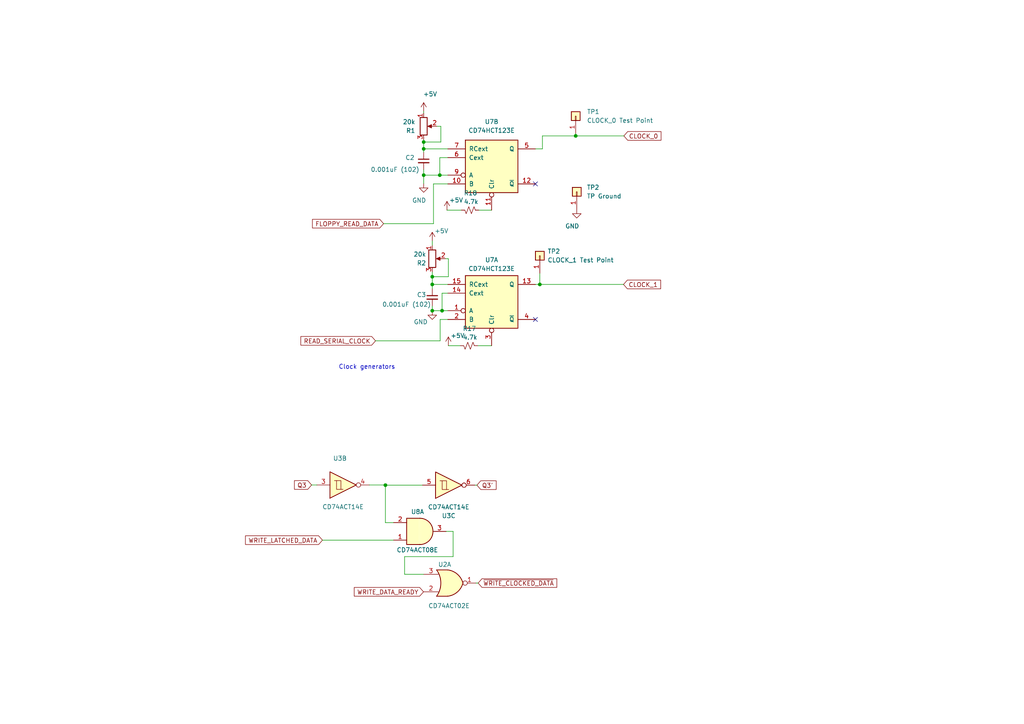
<source format=kicad_sch>
(kicad_sch (version 20230121) (generator eeschema)
  (paper "A4")
  (title_block (title "MicroSci Floppy Controller (clock generation circuits)") (date "2023-08-25") (rev "0.3") (company "RyuCats"))
  (lib_symbols
    (symbol "74xx:74LS02" (pin_names (offset 1.016))
      (property "Reference" "U" (at 0 1.27 0))
      (property "Value" "74LS02" (at 0 -1.27 0))
      (symbol "74LS02_1_1"
        (arc (start -3.81 -3.81) (mid -2.589 0) (end -3.81 3.81) (stroke (width 0.254)))
        (arc (start -0.6096 -3.81) (mid 2.1842 -2.5851) (end 3.81 0) (stroke (width 0.254)) (fill (type background)))
        (polyline (pts (xy -3.81 -3.81) (xy -0.635 -3.81)) (stroke (width 0.254)) (fill (type background)))
        (polyline (pts (xy -3.81 3.81) (xy -0.635 3.81)) (stroke (width 0.254)) (fill (type background)))
        (polyline (pts (xy -0.635 3.81) (xy -3.81 3.81) (xy -3.81 3.81) (xy -3.556 3.4036) (xy -3.0226 2.2606) (xy -2.6924 1.0414) (xy -2.6162 -0.254) (xy -2.7686 -1.4986) (xy -3.175 -2.7178) (xy -3.81 -3.81) (xy -3.81 -3.81) (xy -0.635 -3.81)) (stroke (width -25.4)) (fill (type background)))
        (arc (start 3.81 0) (mid 2.1915 2.5936) (end -0.6096 3.81) (stroke (width 0.254)) (fill (type background)))
        (pin output inverted (at 7.62 0 180) (length 3.81) (name "~") (number "1"))
        (pin input line (at -7.62 2.54 0) (length 4.318) (name "~") (number "2"))
        (pin input line (at -7.62 -2.54 0) (length 4.318) (name "~") (number "3"))
      )
      (symbol "74LS02_1_2"
        (arc (start 0 -3.81) (mid 3.7934 0) (end 0 3.81) (stroke (width 0.254)) (fill (type background)))
        (polyline (pts (xy 0 3.81) (xy -3.81 3.81) (xy -3.81 -3.81) (xy 0 -3.81)) (stroke (width 0.254)) (fill (type background)))
        (pin output line (at 7.62 0 180) (length 3.81) (name "~") (number "1"))
        (pin input inverted (at -7.62 2.54 0) (length 3.81) (name "~") (number "2"))
        (pin input inverted (at -7.62 -2.54 0) (length 3.81) (name "~") (number "3"))
      )
      (symbol "74LS02_2_1"
        (arc (start -3.81 -3.81) (mid -2.589 0) (end -3.81 3.81) (stroke (width 0.254)))
        (arc (start -0.6096 -3.81) (mid 2.1842 -2.5851) (end 3.81 0) (stroke (width 0.254)) (fill (type background)))
        (polyline (pts (xy -3.81 -3.81) (xy -0.635 -3.81)) (stroke (width 0.254)) (fill (type background)))
        (polyline (pts (xy -3.81 3.81) (xy -0.635 3.81)) (stroke (width 0.254)) (fill (type background)))
        (polyline (pts (xy -0.635 3.81) (xy -3.81 3.81) (xy -3.81 3.81) (xy -3.556 3.4036) (xy -3.0226 2.2606) (xy -2.6924 1.0414) (xy -2.6162 -0.254) (xy -2.7686 -1.4986) (xy -3.175 -2.7178) (xy -3.81 -3.81) (xy -3.81 -3.81) (xy -0.635 -3.81)) (stroke (width -25.4)) (fill (type background)))
        (arc (start 3.81 0) (mid 2.1915 2.5936) (end -0.6096 3.81) (stroke (width 0.254)) (fill (type background)))
        (pin output inverted (at 7.62 0 180) (length 3.81) (name "~") (number "4"))
        (pin input line (at -7.62 2.54 0) (length 4.318) (name "~") (number "5"))
        (pin input line (at -7.62 -2.54 0) (length 4.318) (name "~") (number "6"))
      )
      (symbol "74LS02_2_2"
        (arc (start 0 -3.81) (mid 3.7934 0) (end 0 3.81) (stroke (width 0.254)) (fill (type background)))
        (polyline (pts (xy 0 3.81) (xy -3.81 3.81) (xy -3.81 -3.81) (xy 0 -3.81)) (stroke (width 0.254)) (fill (type background)))
        (pin output line (at 7.62 0 180) (length 3.81) (name "~") (number "4"))
        (pin input inverted (at -7.62 2.54 0) (length 3.81) (name "~") (number "5"))
        (pin input inverted (at -7.62 -2.54 0) (length 3.81) (name "~") (number "6"))
      )
      (symbol "74LS02_3_1"
        (arc (start -3.81 -3.81) (mid -2.589 0) (end -3.81 3.81) (stroke (width 0.254)))
        (arc (start -0.6096 -3.81) (mid 2.1842 -2.5851) (end 3.81 0) (stroke (width 0.254)) (fill (type background)))
        (polyline (pts (xy -3.81 -3.81) (xy -0.635 -3.81)) (stroke (width 0.254)) (fill (type background)))
        (polyline (pts (xy -3.81 3.81) (xy -0.635 3.81)) (stroke (width 0.254)) (fill (type background)))
        (polyline (pts (xy -0.635 3.81) (xy -3.81 3.81) (xy -3.81 3.81) (xy -3.556 3.4036) (xy -3.0226 2.2606) (xy -2.6924 1.0414) (xy -2.6162 -0.254) (xy -2.7686 -1.4986) (xy -3.175 -2.7178) (xy -3.81 -3.81) (xy -3.81 -3.81) (xy -0.635 -3.81)) (stroke (width -25.4)) (fill (type background)))
        (arc (start 3.81 0) (mid 2.1915 2.5936) (end -0.6096 3.81) (stroke (width 0.254)) (fill (type background)))
        (pin output inverted (at 7.62 0 180) (length 3.81) (name "~") (number "10"))
        (pin input line (at -7.62 2.54 0) (length 4.318) (name "~") (number "8"))
        (pin input line (at -7.62 -2.54 0) (length 4.318) (name "~") (number "9"))
      )
      (symbol "74LS02_3_2"
        (arc (start 0 -3.81) (mid 3.7934 0) (end 0 3.81) (stroke (width 0.254)) (fill (type background)))
        (polyline (pts (xy 0 3.81) (xy -3.81 3.81) (xy -3.81 -3.81) (xy 0 -3.81)) (stroke (width 0.254)) (fill (type background)))
        (pin output line (at 7.62 0 180) (length 3.81) (name "~") (number "10"))
        (pin input inverted (at -7.62 2.54 0) (length 3.81) (name "~") (number "8"))
        (pin input inverted (at -7.62 -2.54 0) (length 3.81) (name "~") (number "9"))
      )
      (symbol "74LS02_4_1"
        (arc (start -3.81 -3.81) (mid -2.589 0) (end -3.81 3.81) (stroke (width 0.254)))
        (arc (start -0.6096 -3.81) (mid 2.1842 -2.5851) (end 3.81 0) (stroke (width 0.254)) (fill (type background)))
        (polyline (pts (xy -3.81 -3.81) (xy -0.635 -3.81)) (stroke (width 0.254)) (fill (type background)))
        (polyline (pts (xy -3.81 3.81) (xy -0.635 3.81)) (stroke (width 0.254)) (fill (type background)))
        (polyline (pts (xy -0.635 3.81) (xy -3.81 3.81) (xy -3.81 3.81) (xy -3.556 3.4036) (xy -3.0226 2.2606) (xy -2.6924 1.0414) (xy -2.6162 -0.254) (xy -2.7686 -1.4986) (xy -3.175 -2.7178) (xy -3.81 -3.81) (xy -3.81 -3.81) (xy -0.635 -3.81)) (stroke (width -25.4)) (fill (type background)))
        (arc (start 3.81 0) (mid 2.1915 2.5936) (end -0.6096 3.81) (stroke (width 0.254)) (fill (type background)))
        (pin input line (at -7.62 2.54 0) (length 4.318) (name "~") (number "11"))
        (pin input line (at -7.62 -2.54 0) (length 4.318) (name "~") (number "12"))
        (pin output inverted (at 7.62 0 180) (length 3.81) (name "~") (number "13"))
      )
      (symbol "74LS02_4_2"
        (arc (start 0 -3.81) (mid 3.7934 0) (end 0 3.81) (stroke (width 0.254)) (fill (type background)))
        (polyline (pts (xy 0 3.81) (xy -3.81 3.81) (xy -3.81 -3.81) (xy 0 -3.81)) (stroke (width 0.254)) (fill (type background)))
        (pin input inverted (at -7.62 2.54 0) (length 3.81) (name "~") (number "11"))
        (pin input inverted (at -7.62 -2.54 0) (length 3.81) (name "~") (number "12"))
        (pin output line (at 7.62 0 180) (length 3.81) (name "~") (number "13"))
      )
      (symbol "74LS02_5_0"
        (pin power_in line (at 0 12.7 270) (length 5.08) (name "VCC") (number "14"))
        (pin power_in line (at 0 -12.7 90) (length 5.08) (name "GND") (number "7"))
      )
      (symbol "74LS02_5_1"
        (rectangle (start -5.08 7.62) (end 5.08 -7.62) (stroke (width 0.254)) (fill (type background)))
      )
    )
    (symbol "74xx:74LS08" (pin_names (offset 1.016))
      (property "Reference" "U" (at 0 1.27 0))
      (property "Value" "74LS08" (at 0 -1.27 0))
      (symbol "74LS08_1_1"
        (arc (start 0 -3.81) (mid 3.7934 0) (end 0 3.81) (stroke (width 0.254)) (fill (type background)))
        (polyline (pts (xy 0 3.81) (xy -3.81 3.81) (xy -3.81 -3.81) (xy 0 -3.81)) (stroke (width 0.254)) (fill (type background)))
        (pin input line (at -7.62 2.54 0) (length 3.81) (name "~") (number "1"))
        (pin input line (at -7.62 -2.54 0) (length 3.81) (name "~") (number "2"))
        (pin output line (at 7.62 0 180) (length 3.81) (name "~") (number "3"))
      )
      (symbol "74LS08_1_2"
        (arc (start -3.81 -3.81) (mid -2.589 0) (end -3.81 3.81) (stroke (width 0.254)))
        (arc (start -0.6096 -3.81) (mid 2.1842 -2.5851) (end 3.81 0) (stroke (width 0.254)) (fill (type background)))
        (polyline (pts (xy -3.81 -3.81) (xy -0.635 -3.81)) (stroke (width 0.254)) (fill (type background)))
        (polyline (pts (xy -3.81 3.81) (xy -0.635 3.81)) (stroke (width 0.254)) (fill (type background)))
        (polyline (pts (xy -0.635 3.81) (xy -3.81 3.81) (xy -3.81 3.81) (xy -3.556 3.4036) (xy -3.0226 2.2606) (xy -2.6924 1.0414) (xy -2.6162 -0.254) (xy -2.7686 -1.4986) (xy -3.175 -2.7178) (xy -3.81 -3.81) (xy -3.81 -3.81) (xy -0.635 -3.81)) (stroke (width -25.4)) (fill (type background)))
        (arc (start 3.81 0) (mid 2.1915 2.5936) (end -0.6096 3.81) (stroke (width 0.254)) (fill (type background)))
        (pin input inverted (at -7.62 2.54 0) (length 4.318) (name "~") (number "1"))
        (pin input inverted (at -7.62 -2.54 0) (length 4.318) (name "~") (number "2"))
        (pin output inverted (at 7.62 0 180) (length 3.81) (name "~") (number "3"))
      )
      (symbol "74LS08_2_1"
        (arc (start 0 -3.81) (mid 3.7934 0) (end 0 3.81) (stroke (width 0.254)) (fill (type background)))
        (polyline (pts (xy 0 3.81) (xy -3.81 3.81) (xy -3.81 -3.81) (xy 0 -3.81)) (stroke (width 0.254)) (fill (type background)))
        (pin input line (at -7.62 2.54 0) (length 3.81) (name "~") (number "4"))
        (pin input line (at -7.62 -2.54 0) (length 3.81) (name "~") (number "5"))
        (pin output line (at 7.62 0 180) (length 3.81) (name "~") (number "6"))
      )
      (symbol "74LS08_2_2"
        (arc (start -3.81 -3.81) (mid -2.589 0) (end -3.81 3.81) (stroke (width 0.254)))
        (arc (start -0.6096 -3.81) (mid 2.1842 -2.5851) (end 3.81 0) (stroke (width 0.254)) (fill (type background)))
        (polyline (pts (xy -3.81 -3.81) (xy -0.635 -3.81)) (stroke (width 0.254)) (fill (type background)))
        (polyline (pts (xy -3.81 3.81) (xy -0.635 3.81)) (stroke (width 0.254)) (fill (type background)))
        (polyline (pts (xy -0.635 3.81) (xy -3.81 3.81) (xy -3.81 3.81) (xy -3.556 3.4036) (xy -3.0226 2.2606) (xy -2.6924 1.0414) (xy -2.6162 -0.254) (xy -2.7686 -1.4986) (xy -3.175 -2.7178) (xy -3.81 -3.81) (xy -3.81 -3.81) (xy -0.635 -3.81)) (stroke (width -25.4)) (fill (type background)))
        (arc (start 3.81 0) (mid 2.1915 2.5936) (end -0.6096 3.81) (stroke (width 0.254)) (fill (type background)))
        (pin input inverted (at -7.62 2.54 0) (length 4.318) (name "~") (number "4"))
        (pin input inverted (at -7.62 -2.54 0) (length 4.318) (name "~") (number "5"))
        (pin output inverted (at 7.62 0 180) (length 3.81) (name "~") (number "6"))
      )
      (symbol "74LS08_3_1"
        (arc (start 0 -3.81) (mid 3.7934 0) (end 0 3.81) (stroke (width 0.254)) (fill (type background)))
        (polyline (pts (xy 0 3.81) (xy -3.81 3.81) (xy -3.81 -3.81) (xy 0 -3.81)) (stroke (width 0.254)) (fill (type background)))
        (pin input line (at -7.62 -2.54 0) (length 3.81) (name "~") (number "10"))
        (pin output line (at 7.62 0 180) (length 3.81) (name "~") (number "8"))
        (pin input line (at -7.62 2.54 0) (length 3.81) (name "~") (number "9"))
      )
      (symbol "74LS08_3_2"
        (arc (start -3.81 -3.81) (mid -2.589 0) (end -3.81 3.81) (stroke (width 0.254)))
        (arc (start -0.6096 -3.81) (mid 2.1842 -2.5851) (end 3.81 0) (stroke (width 0.254)) (fill (type background)))
        (polyline (pts (xy -3.81 -3.81) (xy -0.635 -3.81)) (stroke (width 0.254)) (fill (type background)))
        (polyline (pts (xy -3.81 3.81) (xy -0.635 3.81)) (stroke (width 0.254)) (fill (type background)))
        (polyline (pts (xy -0.635 3.81) (xy -3.81 3.81) (xy -3.81 3.81) (xy -3.556 3.4036) (xy -3.0226 2.2606) (xy -2.6924 1.0414) (xy -2.6162 -0.254) (xy -2.7686 -1.4986) (xy -3.175 -2.7178) (xy -3.81 -3.81) (xy -3.81 -3.81) (xy -0.635 -3.81)) (stroke (width -25.4)) (fill (type background)))
        (arc (start 3.81 0) (mid 2.1915 2.5936) (end -0.6096 3.81) (stroke (width 0.254)) (fill (type background)))
        (pin input inverted (at -7.62 -2.54 0) (length 4.318) (name "~") (number "10"))
        (pin output inverted (at 7.62 0 180) (length 3.81) (name "~") (number "8"))
        (pin input inverted (at -7.62 2.54 0) (length 4.318) (name "~") (number "9"))
      )
      (symbol "74LS08_4_1"
        (arc (start 0 -3.81) (mid 3.7934 0) (end 0 3.81) (stroke (width 0.254)) (fill (type background)))
        (polyline (pts (xy 0 3.81) (xy -3.81 3.81) (xy -3.81 -3.81) (xy 0 -3.81)) (stroke (width 0.254)) (fill (type background)))
        (pin output line (at 7.62 0 180) (length 3.81) (name "~") (number "11"))
        (pin input line (at -7.62 2.54 0) (length 3.81) (name "~") (number "12"))
        (pin input line (at -7.62 -2.54 0) (length 3.81) (name "~") (number "13"))
      )
      (symbol "74LS08_4_2"
        (arc (start -3.81 -3.81) (mid -2.589 0) (end -3.81 3.81) (stroke (width 0.254)))
        (arc (start -0.6096 -3.81) (mid 2.1842 -2.5851) (end 3.81 0) (stroke (width 0.254)) (fill (type background)))
        (polyline (pts (xy -3.81 -3.81) (xy -0.635 -3.81)) (stroke (width 0.254)) (fill (type background)))
        (polyline (pts (xy -3.81 3.81) (xy -0.635 3.81)) (stroke (width 0.254)) (fill (type background)))
        (polyline (pts (xy -0.635 3.81) (xy -3.81 3.81) (xy -3.81 3.81) (xy -3.556 3.4036) (xy -3.0226 2.2606) (xy -2.6924 1.0414) (xy -2.6162 -0.254) (xy -2.7686 -1.4986) (xy -3.175 -2.7178) (xy -3.81 -3.81) (xy -3.81 -3.81) (xy -0.635 -3.81)) (stroke (width -25.4)) (fill (type background)))
        (arc (start 3.81 0) (mid 2.1915 2.5936) (end -0.6096 3.81) (stroke (width 0.254)) (fill (type background)))
        (pin output inverted (at 7.62 0 180) (length 3.81) (name "~") (number "11"))
        (pin input inverted (at -7.62 2.54 0) (length 4.318) (name "~") (number "12"))
        (pin input inverted (at -7.62 -2.54 0) (length 4.318) (name "~") (number "13"))
      )
      (symbol "74LS08_5_0"
        (pin power_in line (at 0 12.7 270) (length 5.08) (name "VCC") (number "14"))
        (pin power_in line (at 0 -12.7 90) (length 5.08) (name "GND") (number "7"))
      )
      (symbol "74LS08_5_1"
        (rectangle (start -5.08 7.62) (end 5.08 -7.62) (stroke (width 0.254)) (fill (type background)))
      )
    )
    (symbol "74xx:74LS123" (pin_names (offset 1.016))
      (property "Reference" "U" (at -7.62 8.89 0))
      (property "Value" "74LS123" (at -7.62 -8.89 0))
      (symbol "74LS123_1_0"
        (pin input inverted (at -12.7 -2.54 0) (length 5.08) (name "A") (number "1"))
        (pin output line (at 12.7 5.08 180) (length 5.08) (name "Q") (number "13"))
        (pin input line (at -12.7 2.54 0) (length 5.08) (name "Cext") (number "14"))
        (pin input line (at -12.7 5.08 0) (length 5.08) (name "RCext") (number "15"))
        (pin input line (at -12.7 -5.08 0) (length 5.08) (name "B") (number "2"))
        (pin input inverted (at 0 -12.7 90) (length 5.08) (name "Clr") (number "3"))
        (pin output line (at 12.7 -5.08 180) (length 5.08) (name "~{Q}") (number "4"))
      )
      (symbol "74LS123_1_1"
        (rectangle (start -7.62 7.62) (end 7.62 -7.62) (stroke (width 0.254)) (fill (type background)))
      )
      (symbol "74LS123_2_0"
        (pin input line (at -12.7 -5.08 0) (length 5.08) (name "B") (number "10"))
        (pin input inverted (at 0 -12.7 90) (length 5.08) (name "Clr") (number "11"))
        (pin output line (at 12.7 -5.08 180) (length 5.08) (name "~{Q}") (number "12"))
        (pin output line (at 12.7 5.08 180) (length 5.08) (name "Q") (number "5"))
        (pin input line (at -12.7 2.54 0) (length 5.08) (name "Cext") (number "6"))
        (pin input line (at -12.7 5.08 0) (length 5.08) (name "RCext") (number "7"))
        (pin input inverted (at -12.7 -2.54 0) (length 5.08) (name "A") (number "9"))
      )
      (symbol "74LS123_2_1"
        (rectangle (start -7.62 7.62) (end 7.62 -7.62) (stroke (width 0.254)) (fill (type background)))
      )
      (symbol "74LS123_3_0"
        (pin power_in line (at 0 12.7 270) (length 5.08) (name "VCC") (number "16"))
        (pin power_in line (at 0 -12.7 90) (length 5.08) (name "GND") (number "8"))
      )
      (symbol "74LS123_3_1"
        (rectangle (start -5.08 7.62) (end 5.08 -7.62) (stroke (width 0.254)) (fill (type background)))
      )
    )
    (symbol "74xx:74LS14" (pin_names (offset 1.016))
      (property "Reference" "U" (at 0 1.27 0))
      (property "Value" "74LS14" (at 0 -1.27 0))
      (symbol "74LS14_1_0"
        (polyline (pts (xy -3.81 3.81) (xy -3.81 -3.81) (xy 3.81 0) (xy -3.81 3.81)) (stroke (width 0.254)) (fill (type background)))
        (pin input line (at -7.62 0 0) (length 3.81) (name "~") (number "1"))
        (pin output inverted (at 7.62 0 180) (length 3.81) (name "~") (number "2"))
      )
      (symbol "74LS14_1_1"
        (polyline (pts (xy -1.905 -1.27) (xy -1.905 1.27) (xy -0.635 1.27)))
        (polyline (pts (xy -2.54 -1.27) (xy -0.635 -1.27) (xy -0.635 1.27) (xy 0 1.27)))
      )
      (symbol "74LS14_2_0"
        (polyline (pts (xy -3.81 3.81) (xy -3.81 -3.81) (xy 3.81 0) (xy -3.81 3.81)) (stroke (width 0.254)) (fill (type background)))
        (pin input line (at -7.62 0 0) (length 3.81) (name "~") (number "3"))
        (pin output inverted (at 7.62 0 180) (length 3.81) (name "~") (number "4"))
      )
      (symbol "74LS14_2_1"
        (polyline (pts (xy -1.905 -1.27) (xy -1.905 1.27) (xy -0.635 1.27)))
        (polyline (pts (xy -2.54 -1.27) (xy -0.635 -1.27) (xy -0.635 1.27) (xy 0 1.27)))
      )
      (symbol "74LS14_3_0"
        (polyline (pts (xy -3.81 3.81) (xy -3.81 -3.81) (xy 3.81 0) (xy -3.81 3.81)) (stroke (width 0.254)) (fill (type background)))
        (pin input line (at -7.62 0 0) (length 3.81) (name "~") (number "5"))
        (pin output inverted (at 7.62 0 180) (length 3.81) (name "~") (number "6"))
      )
      (symbol "74LS14_3_1"
        (polyline (pts (xy -1.905 -1.27) (xy -1.905 1.27) (xy -0.635 1.27)))
        (polyline (pts (xy -2.54 -1.27) (xy -0.635 -1.27) (xy -0.635 1.27) (xy 0 1.27)))
      )
      (symbol "74LS14_4_0"
        (polyline (pts (xy -3.81 3.81) (xy -3.81 -3.81) (xy 3.81 0) (xy -3.81 3.81)) (stroke (width 0.254)) (fill (type background)))
        (pin output inverted (at 7.62 0 180) (length 3.81) (name "~") (number "8"))
        (pin input line (at -7.62 0 0) (length 3.81) (name "~") (number "9"))
      )
      (symbol "74LS14_4_1"
        (polyline (pts (xy -1.905 -1.27) (xy -1.905 1.27) (xy -0.635 1.27)))
        (polyline (pts (xy -2.54 -1.27) (xy -0.635 -1.27) (xy -0.635 1.27) (xy 0 1.27)))
      )
      (symbol "74LS14_5_0"
        (polyline (pts (xy -3.81 3.81) (xy -3.81 -3.81) (xy 3.81 0) (xy -3.81 3.81)) (stroke (width 0.254)) (fill (type background)))
        (pin output inverted (at 7.62 0 180) (length 3.81) (name "~") (number "10"))
        (pin input line (at -7.62 0 0) (length 3.81) (name "~") (number "11"))
      )
      (symbol "74LS14_5_1"
        (polyline (pts (xy -1.905 -1.27) (xy -1.905 1.27) (xy -0.635 1.27)))
        (polyline (pts (xy -2.54 -1.27) (xy -0.635 -1.27) (xy -0.635 1.27) (xy 0 1.27)))
      )
      (symbol "74LS14_6_0"
        (polyline (pts (xy -3.81 3.81) (xy -3.81 -3.81) (xy 3.81 0) (xy -3.81 3.81)) (stroke (width 0.254)) (fill (type background)))
        (pin output inverted (at 7.62 0 180) (length 3.81) (name "~") (number "12"))
        (pin input line (at -7.62 0 0) (length 3.81) (name "~") (number "13"))
      )
      (symbol "74LS14_6_1"
        (polyline (pts (xy -1.905 -1.27) (xy -1.905 1.27) (xy -0.635 1.27)))
        (polyline (pts (xy -2.54 -1.27) (xy -0.635 -1.27) (xy -0.635 1.27) (xy 0 1.27)))
      )
      (symbol "74LS14_7_0"
        (pin power_in line (at 0 12.7 270) (length 5.08) (name "VCC") (number "14"))
        (pin power_in line (at 0 -12.7 90) (length 5.08) (name "GND") (number "7"))
      )
      (symbol "74LS14_7_1"
        (rectangle (start -5.08 7.62) (end 5.08 -7.62) (stroke (width 0.254)) (fill (type background)))
      )
    )
    (symbol "Connector_Generic:Conn_01x01" (pin_names (offset 1.016) hide)
      (property "Reference" "J" (at 0 2.54 0))
      (property "Value" "Conn_01x01" (at 0 -2.54 0))
      (symbol "Conn_01x01_1_1"
        (rectangle (start -1.27 0.127) (end 0 -0.127) (stroke (width 0.1524)))
        (rectangle (start -1.27 1.27) (end 1.27 -1.27) (stroke (width 0.254)) (fill (type background)))
        (pin passive line (at -5.08 0 0) (length 3.81) (name "Pin_1") (number "1"))
      )
    )
    (symbol "Device:C_Small" (pin_numbers hide) (pin_names (offset 0.254) hide)
      (property "Reference" "C" (at 0.254 1.778 0))
      (property "Value" "C_Small" (at 0.254 -2.032 0))
      (symbol "C_Small_0_1"
        (polyline (pts (xy -1.524 -0.508) (xy 1.524 -0.508)) (stroke (width 0.3302)))
        (polyline (pts (xy -1.524 0.508) (xy 1.524 0.508)) (stroke (width 0.3048)))
      )
      (symbol "C_Small_1_1"
        (pin passive line (at 0 2.54 270) (length 2.032) (name "~") (number "1"))
        (pin passive line (at 0 -2.54 90) (length 2.032) (name "~") (number "2"))
      )
    )
    (symbol "Device:R_Potentiometer" (pin_names (offset 1.016) hide)
      (property "Reference" "RV" (at -4.445 0 90))
      (property "Value" "R_Potentiometer" (at -2.54 0 90))
      (symbol "R_Potentiometer_0_1"
        (polyline (pts (xy 2.54 0) (xy 1.524 0)))
        (polyline (pts (xy 1.143 0) (xy 2.286 0.508) (xy 2.286 -0.508) (xy 1.143 0)) (fill (type outline)))
        (rectangle (start 1.016 2.54) (end -1.016 -2.54) (stroke (width 0.254)))
      )
      (symbol "R_Potentiometer_1_1"
        (pin passive line (at 0 3.81 270) (length 1.27) (name "1") (number "1"))
        (pin passive line (at 3.81 0 180) (length 1.27) (name "2") (number "2"))
        (pin passive line (at 0 -3.81 90) (length 1.27) (name "3") (number "3"))
      )
    )
    (symbol "Device:R_Small_US" (pin_numbers hide) (pin_names (offset 0.254) hide)
      (property "Reference" "R" (at 0.762 0.508 0))
      (property "Value" "R_Small_US" (at 0.762 -1.016 0))
      (symbol "R_Small_US_1_1"
        (polyline (pts (xy 0 0) (xy 1.016 -0.381) (xy 0 -0.762) (xy -1.016 -1.143) (xy 0 -1.524)))
        (polyline (pts (xy 0 1.524) (xy 1.016 1.143) (xy 0 0.762) (xy -1.016 0.381) (xy 0 0)))
        (pin passive line (at 0 2.54 270) (length 1.016) (name "~") (number "1"))
        (pin passive line (at 0 -2.54 90) (length 1.016) (name "~") (number "2"))
      )
    )
    (symbol "power:+5V" (power) (pin_names (offset 0))
      (property "Value" "+5V" (at 0 3.556 0))
      (symbol "+5V_0_1"
        (polyline (pts (xy -0.762 1.27) (xy 0 2.54)))
        (polyline (pts (xy 0 0) (xy 0 2.54)))
        (polyline (pts (xy 0 2.54) (xy 0.762 1.27)))
      )
      (symbol "+5V_1_1"
        (pin power_in line (at 0 0 90) (length 0) hide (name "+5V") (number "1"))
      )
    )
    (symbol "power:GND" (power) (pin_names (offset 0))
      (property "Value" "GND" (at 0 -3.81 0))
      (symbol "GND_0_1"
        (polyline (pts (xy 0 0) (xy 0 -1.27) (xy 1.27 -1.27) (xy 0 -2.54) (xy -1.27 -1.27) (xy 0 -1.27)))
      )
      (symbol "GND_1_1"
        (pin power_in line (at 0 0 270) (length 0) hide (name "GND") (number "1"))
      )
    )
  )
  (junction (at 122.8852 43.18))
  (junction (at 125.3744 90.1192))
  (junction (at 125.3744 82.4992))
  (junction (at 125.3744 80.264))
  (junction (at 166.9796 39.4208))
  (junction (at 128.2192 90.1192))
  (junction (at 122.8852 50.8))
  (junction (at 156.5656 82.4992))
  (junction (at 122.8852 41.1988))
  (junction (at 111.7854 140.716))
  (junction (at 127.5588 50.8))
  (no_connect (at 155.2956 92.6592))
  (no_connect (at 155.2956 53.34))
  (wire (pts (xy 127.5588 45.72) (xy 129.8956 45.72)))
  (wire (pts (xy 127.5588 45.72) (xy 127.5588 50.8)))
  (wire (pts (xy 125.3744 80.264) (xy 125.3744 82.4992)))
  (wire (pts (xy 125.3744 80.264) (xy 130.048 80.264)))
  (wire (pts (xy 127.8636 41.1988) (xy 127.8636 36.6268)))
  (wire (pts (xy 137.7696 140.716) (xy 138.3284 140.716)))
  (wire (pts (xy 111.7854 151.5872) (xy 111.7854 140.716)))
  (wire (pts (xy 125.73 53.34) (xy 125.73 64.8716)))
  (wire (pts (xy 91.8972 140.6652) (xy 90.3732 140.6652)))
  (wire (pts (xy 125.3744 83.7184) (xy 125.3744 82.4992)))
  (wire (pts (xy 131.4196 161.4424) (xy 117.348 161.4424)))
  (wire (pts (xy 128.2192 90.1192) (xy 125.3744 90.1192)))
  (wire (pts (xy 155.2956 82.4992) (xy 156.5656 82.4992)))
  (wire (pts (xy 128.2192 85.0392) (xy 128.2192 90.1192)))
  (wire (pts (xy 166.9796 39.4208) (xy 157.3276 39.4208)))
  (wire (pts (xy 138.8872 60.96) (xy 142.5956 60.96)))
  (wire (pts (xy 155.2956 43.18) (xy 157.3276 43.18)))
  (wire (pts (xy 166.9796 39.4208) (xy 180.9496 39.4208)))
  (wire (pts (xy 131.4196 154.1272) (xy 131.4196 161.4424)))
  (wire (pts (xy 129.8956 85.0392) (xy 128.2192 85.0392)))
  (wire (pts (xy 125.3744 82.4992) (xy 129.8956 82.4992)))
  (wire (pts (xy 114.1476 151.5872) (xy 111.7854 151.5872)))
  (wire (pts (xy 127.5588 50.8) (xy 129.8956 50.8)))
  (wire (pts (xy 122.8852 50.8) (xy 127.5588 50.8)))
  (wire (pts (xy 129.6416 60.96) (xy 133.8072 60.96)))
  (wire (pts (xy 157.3276 39.4208) (xy 157.3276 43.18)))
  (wire (pts (xy 125.73 53.34) (xy 129.8956 53.34)))
  (wire (pts (xy 122.8852 43.18) (xy 129.8956 43.18)))
  (wire (pts (xy 122.8852 49.2252) (xy 122.8852 50.8)))
  (wire (pts (xy 122.8852 50.8) (xy 122.8852 53.2384)))
  (wire (pts (xy 107.1372 140.6652) (xy 111.7854 140.6652)))
  (wire (pts (xy 127.6604 92.6592) (xy 127.6604 98.8568)))
  (wire (pts (xy 125.3744 88.7984) (xy 125.3744 90.1192)))
  (wire (pts (xy 130.048 100.2792) (xy 133.5024 100.2792)))
  (wire (pts (xy 130.048 75.0316) (xy 129.1844 75.0316)))
  (wire (pts (xy 138.5824 100.2792) (xy 142.5956 100.2792)))
  (wire (pts (xy 156.5656 79.248) (xy 156.5656 82.4992)))
  (wire (pts (xy 117.348 166.5732) (xy 122.8344 166.5732)))
  (wire (pts (xy 117.348 161.4424) (xy 117.348 166.5732)))
  (wire (pts (xy 122.8852 41.1988) (xy 127.8636 41.1988)))
  (wire (pts (xy 130.048 80.264) (xy 130.048 75.0316)))
  (wire (pts (xy 122.8852 41.1988) (xy 122.8852 43.18)))
  (wire (pts (xy 93.5228 156.6672) (xy 114.1476 156.6672)))
  (wire (pts (xy 125.3744 78.8416) (xy 125.3744 80.264)))
  (wire (pts (xy 108.9152 98.8568) (xy 127.6604 98.8568)))
  (wire (pts (xy 138.0744 169.1132) (xy 138.684 169.1132)))
  (wire (pts (xy 122.8852 40.4368) (xy 122.8852 41.1988)))
  (wire (pts (xy 127.8636 36.6268) (xy 126.6952 36.6268)))
  (wire (pts (xy 127.6604 92.6592) (xy 129.8956 92.6592)))
  (wire (pts (xy 111.252 64.8716) (xy 125.73 64.8716)))
  (wire (pts (xy 122.8852 43.18) (xy 122.8852 44.1452)))
  (wire (pts (xy 166.9796 38.7604) (xy 166.9796 39.4208)))
  (wire (pts (xy 111.7854 140.716) (xy 111.7854 140.6652)))
  (wire (pts (xy 129.8956 90.1192) (xy 128.2192 90.1192)))
  (wire (pts (xy 111.7854 140.716) (xy 122.5296 140.716)))
  (wire (pts (xy 125.3744 69.9008) (xy 125.3744 71.2216)))
  (wire (pts (xy 156.5656 82.4992) (xy 180.848 82.4992)))
  (wire (pts (xy 122.8852 32.3088) (xy 122.8852 32.8168)))
  (wire (pts (xy 129.3876 154.1272) (xy 131.4196 154.1272)))
  (text "Clock generators" (at 98.1964 107.2896 0) (effects (font (size 1.27 1.27)) (justify left bottom)))
  (global_label "FLOPPY_READ_DATA" (shape input) (at 111.252 64.8716 180) (property "Intersheetrefs" "${INTERSHEET_REFS}" (effects hide)))
  (global_label "~{WRITE_CLOCKED_DATA}" (shape input) (at 138.684 169.1132 0) (property "Intersheetrefs" "${INTERSHEET_REFS}" (effects hide)))
  (global_label "CLOCK_0" (shape input) (at 180.9496 39.4208 0) (property "Intersheetrefs" "${INTERSHEET_REFS}" (effects hide)))
  (global_label "Q3" (shape input) (at 90.3732 140.6652 180) (property "Intersheetrefs" "${INTERSHEET_REFS}" (effects hide)))
  (global_label "CLOCK_1" (shape input) (at 180.848 82.4992 0) (property "Intersheetrefs" "${INTERSHEET_REFS}" (effects hide)))
  (global_label "WRITE_DATA_READY" (shape input) (at 122.8344 171.6532 180) (property "Intersheetrefs" "${INTERSHEET_REFS}" (effects hide)))
  (global_label "Q3'" (shape input) (at 138.3284 140.716 0) (property "Intersheetrefs" "${INTERSHEET_REFS}" (effects hide)))
  (global_label "WRITE_LATCHED_DATA" (shape input) (at 93.5228 156.6672 180) (property "Intersheetrefs" "${INTERSHEET_REFS}" (effects hide)))
  (global_label "READ_SERIAL_CLOCK" (shape input) (at 108.9152 98.8568 180) (property "Intersheetrefs" "${INTERSHEET_REFS}" (effects hide)))
  (symbol (lib_id "power:GND") (at 125.3744 90.1192 0) (unit 1)
    (property "Reference" "#PWR039" (effects hide))
    (property "Value" "GND" (at 122.0216 93.3704 0))
    (instances (project "MicroSci Floppy Controller" (path "" (reference "#PWR039") (unit 1)) (path "" (reference "#PWR041") (unit 1))))
  )
  (symbol (lib_id "74xx:74LS123") (at 142.5956 87.5792 0) (unit 1)
    (property "Reference" "U7" (at 142.5956 75.3872 0))
    (property "Value" "CD74HCT123E" (at 142.5956 77.9272 0))
    (property "Footprint" "Package_DIP:DIP-16_W7.62mm" (effects hide))
    (property "Datasheet" "http://www.ti.com/lit/gpn/sn74LS123" (effects hide))
  )
  (symbol (lib_id "power:+5V") (at 130.048 100.2792 0) (unit 1)
    (property "Reference" "#PWR074" (effects hide))
    (property "Value" "+5V" (at 132.715 97.3582 0))
  )
  (symbol (lib_id "Connector_Generic:Conn_01x01") (at 156.5656 74.168 90) (unit 1)
    (property "Reference" "TP2" (at 158.8008 72.898 90) (effects (justify right)))
    (property "Value" "CLOCK_1 Test Point" (at 158.8008 75.438 90) (effects (justify right)))
    (property "Footprint" "Connector_PinHeader_2.54mm:PinHeader_1x01_P2.54mm_Vertical" (effects hide))
  )
  (symbol (lib_id "power:+5V") (at 129.6416 60.96 0) (unit 1)
    (property "Reference" "#PWR037" (effects hide))
    (property "Value" "+5V" (at 132.3086 58.039 0))
    (instances (project "MicroSci Floppy Controller" (path "" (reference "#PWR037") (unit 1)) (path "" (reference "#PWR039") (unit 1))))
  )
  (symbol (lib_id "power:+5V") (at 125.3744 69.9008 0) (unit 1)
    (property "Reference" "#PWR041" (effects hide))
    (property "Value" "+5V" (at 128.0414 66.9798 0))
    (instances (project "MicroSci Floppy Controller" (path "" (reference "#PWR041") (unit 1)) (path "" (reference "#PWR040") (unit 1))))
  )
  (symbol (lib_id "74xx:74LS08") (at 121.7676 154.1272 0) (mirror x) (unit 1)
    (property "Reference" "U8" (at 121.1072 148.4376 0))
    (property "Value" "CD74ACT08E" (at 121.0564 159.512 0))
    (property "Footprint" "Package_DIP:DIP-14_W7.62mm" (effects hide))
    (property "Datasheet" "http://www.ti.com/lit/gpn/sn74LS08" (effects hide))
  )
  (symbol (lib_id "74xx:74LS02") (at 130.4544 169.1132 0) (mirror x) (unit 1)
    (property "Reference" "U2" (at 128.9812 163.7284 0))
    (property "Value" "CD74ACT02E" (at 130.2512 175.7172 0))
    (property "Footprint" "Package_DIP:DIP-14_W7.62mm" (effects hide))
    (property "Datasheet" "http://www.ti.com/lit/gpn/sn74ls02" (effects hide))
  )
  (symbol (lib_id "Device:C_Small") (at 122.8852 46.6852 0) (unit 1)
    (property "Reference" "C2" (at 117.5512 45.72 0) (effects (justify left)))
    (property "Value" "0.001uF (102)" (at 107.4928 49.1744 0) (effects (justify left)))
    (property "Footprint" "Capacitor_THT:C_Disc_D5.0mm_W2.5mm_P5.00mm" (effects hide))
  )
  (symbol (lib_id "74xx:74LS123") (at 142.5956 48.26 0) (unit 2)
    (property "Reference" "U7" (at 142.5956 35.306 0))
    (property "Value" "CD74HCT123E" (at 142.5956 37.846 0))
    (property "Footprint" "Package_DIP:DIP-16_W7.62mm" (effects hide))
    (property "Datasheet" "http://www.ti.com/lit/gpn/sn74LS123" (effects hide))
  )
  (symbol (lib_id "Device:R_Potentiometer") (at 125.3744 75.0316 0) (unit 1)
    (property "Reference" "R2" (at 123.5964 76.3016 0) (effects (justify right)))
    (property "Value" "20k" (at 123.5964 73.7616 0) (effects (justify right)))
    (property "Footprint" "Potentiometer_THT:Potentiometer_Bourns_3299P_Horizontal" (effects hide))
  )
  (symbol (lib_id "74xx:74LS14") (at 99.5172 140.6652 0) (mirror x) (unit 2)
    (property "Reference" "U3" (at 98.6028 132.9436 0))
    (property "Value" "CD74ACT14E" (at 99.5172 147.0152 0))
    (property "Footprint" "Package_DIP:DIP-14_W7.62mm" (effects hide))
    (property "Datasheet" "http://www.ti.com/lit/gpn/sn74LS14" (effects hide))
  )
  (symbol (lib_id "Connector_Generic:Conn_01x01") (at 166.9796 33.6804 90) (unit 1)
    (property "Reference" "TP1" (at 170.2308 32.4104 90) (effects (justify right)))
    (property "Value" "CLOCK_0 Test Point" (at 170.2308 34.9504 90) (effects (justify right)))
    (property "Footprint" "Connector_PinHeader_2.54mm:PinHeader_1x01_P2.54mm_Vertical" (effects hide))
  )
  (symbol (lib_id "Device:R_Small_US") (at 136.3472 60.96 90) (mirror x) (unit 1)
    (property "Reference" "R18" (at 134.5184 55.9816 90) (effects (justify right)))
    (property "Value" "4.7k" (at 134.5184 58.5216 90) (effects (justify right)))
    (property "Footprint" "Resistor_THT:R_Axial_DIN0207_L6.3mm_D2.5mm_P7.62mm_Horizontal" (effects hide))
  )
  (symbol (lib_id "Device:R_Potentiometer") (at 122.8852 36.6268 0) (unit 1)
    (property "Reference" "R1" (at 120.4722 37.8968 0) (effects (justify right)))
    (property "Value" "20k" (at 120.4722 35.3568 0) (effects (justify right)))
    (property "Footprint" "Potentiometer_THT:Potentiometer_Bourns_3299P_Horizontal" (effects hide))
  )
  (symbol (lib_id "Device:C_Small") (at 125.3744 86.2584 0) (unit 1)
    (property "Reference" "C3" (at 120.904 85.4964 0) (effects (justify left)))
    (property "Value" "0.001uF (102)" (at 110.8456 88.2904 0) (effects (justify left)))
    (property "Footprint" "Capacitor_THT:C_Disc_D5.0mm_W2.5mm_P5.00mm" (effects hide))
  )
  (symbol (lib_id "power:GND") (at 167.2844 60.706 0) (unit 1)
    (property "Reference" "#PWR040" (effects hide))
    (property "Value" "GND" (at 165.9636 65.5828 0))
    (instances (project "MicroSci Floppy Controller" (path "" (reference "#PWR040") (unit 1)) (path "" (reference "#PWR0123") (unit 1))))
  )
  (symbol (lib_id "power:GND") (at 122.8852 53.2384 0) (unit 1)
    (property "Reference" "#PWR040" (effects hide))
    (property "Value" "GND" (at 121.5644 58.1152 0))
    (instances (project "MicroSci Floppy Controller" (path "" (reference "#PWR040") (unit 1)) (path "" (reference "#PWR038") (unit 1))))
  )
  (symbol (lib_id "Device:R_Small_US") (at 136.0424 100.2792 90) (mirror x) (unit 1)
    (property "Reference" "R17" (at 134.2136 95.3008 90) (effects (justify right)))
    (property "Value" "4.7k" (at 134.2136 97.8408 90) (effects (justify right)))
    (property "Footprint" "Resistor_THT:R_Axial_DIN0207_L6.3mm_D2.5mm_P7.62mm_Horizontal" (effects hide))
  )
  (symbol (lib_id "Connector_Generic:Conn_01x01") (at 167.2844 55.626 90) (unit 1)
    (property "Reference" "TP2" (at 170.18 54.356 90) (effects (justify right)))
    (property "Value" "TP Ground" (at 170.18 56.896 90) (effects (justify right)))
    (property "Footprint" "Connector_PinHeader_2.54mm:PinHeader_1x01_P2.54mm_Vertical" (effects hide))
    (instances (project "MicroSci Floppy Controller" (path "" (reference "TP2") (unit 1)) (path "" (reference "TP3") (unit 1))))
  )
  (symbol (lib_id "74xx:74LS14") (at 130.1496 140.716 0) (mirror x) (unit 3)
    (property "Reference" "U3" (at 130.1496 149.606 0))
    (property "Value" "CD74ACT14E" (at 130.1496 147.066 0))
    (property "Footprint" "Package_DIP:DIP-14_W7.62mm" (effects hide))
    (property "Datasheet" "http://www.ti.com/lit/gpn/sn74LS14" (effects hide))
  )
  (symbol (lib_id "power:+5V") (at 122.8852 32.3088 0) (unit 1)
    (property "Reference" "#PWR038" (effects hide))
    (property "Value" "+5V" (at 124.7648 27.2796 0))
    (instances (project "MicroSci Floppy Controller" (path "" (reference "#PWR038") (unit 1)) (path "" (reference "#PWR037") (unit 1))))
  )
)
</source>
